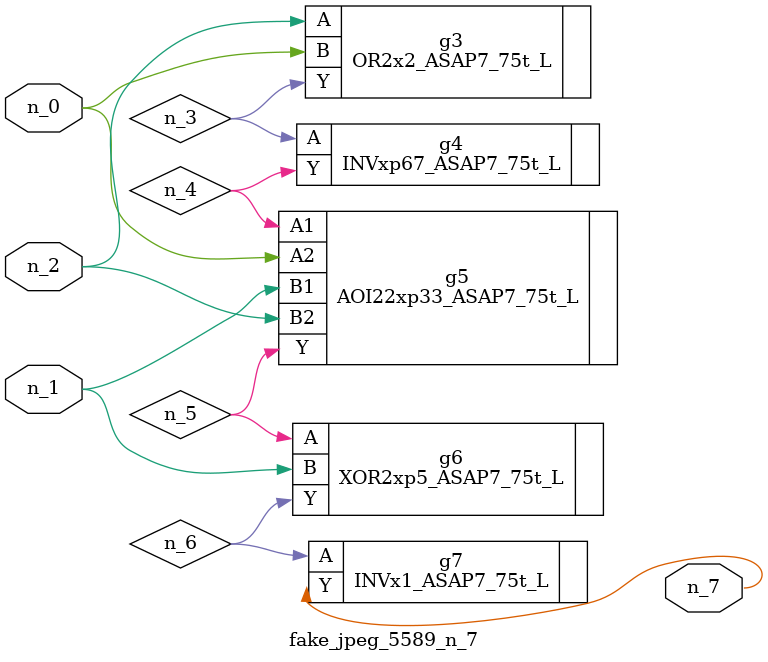
<source format=v>
module fake_jpeg_5589_n_7 (n_0, n_2, n_1, n_7);

input n_0;
input n_2;
input n_1;

output n_7;

wire n_3;
wire n_4;
wire n_6;
wire n_5;

OR2x2_ASAP7_75t_L g3 ( 
.A(n_2),
.B(n_0),
.Y(n_3)
);

INVxp67_ASAP7_75t_L g4 ( 
.A(n_3),
.Y(n_4)
);

AOI22xp33_ASAP7_75t_L g5 ( 
.A1(n_4),
.A2(n_0),
.B1(n_1),
.B2(n_2),
.Y(n_5)
);

XOR2xp5_ASAP7_75t_L g6 ( 
.A(n_5),
.B(n_1),
.Y(n_6)
);

INVx1_ASAP7_75t_L g7 ( 
.A(n_6),
.Y(n_7)
);


endmodule
</source>
